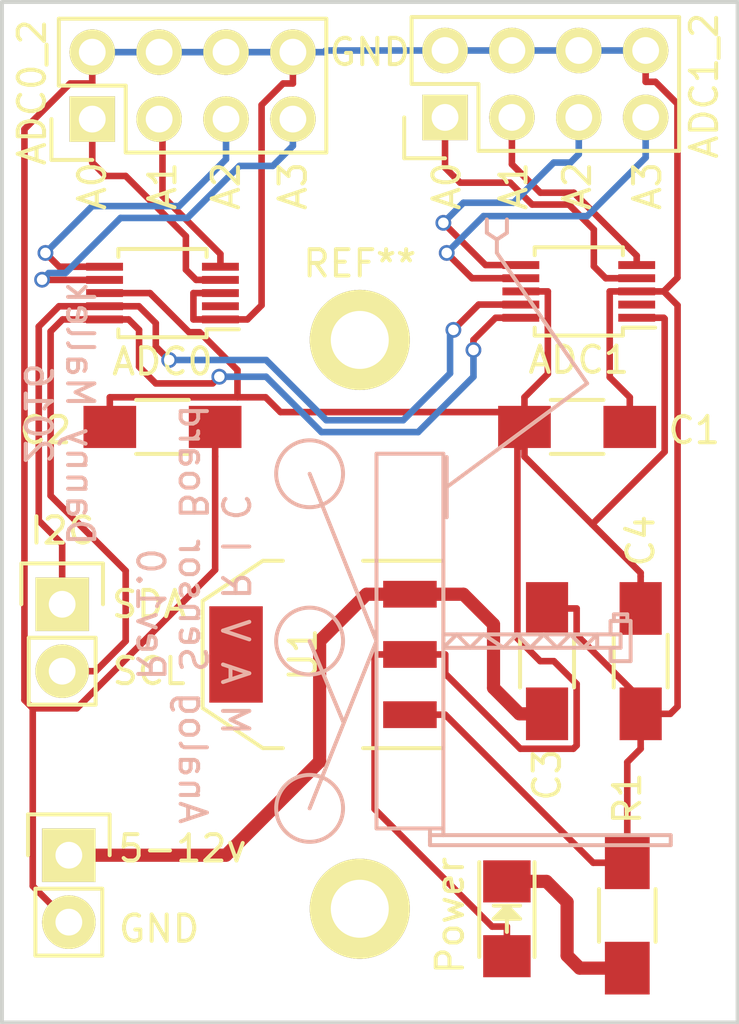
<source format=kicad_pcb>
(kicad_pcb (version 20171130) (host pcbnew "(5.1.12)-1")

  (general
    (thickness 1.6)
    (drawings 18)
    (tracks 216)
    (zones 0)
    (modules 16)
    (nets 17)
  )

  (page A4)
  (layers
    (0 F.Cu signal)
    (31 B.Cu signal)
    (32 B.Adhes user)
    (33 F.Adhes user)
    (34 B.Paste user)
    (35 F.Paste user)
    (36 B.SilkS user)
    (37 F.SilkS user)
    (38 B.Mask user)
    (39 F.Mask user)
    (40 Dwgs.User user)
    (41 Cmts.User user)
    (42 Eco1.User user)
    (43 Eco2.User user)
    (44 Edge.Cuts user)
    (45 Margin user)
    (46 B.CrtYd user)
    (47 F.CrtYd user)
    (48 B.Fab user)
    (49 F.Fab user)
  )

  (setup
    (last_trace_width 0.25)
    (user_trace_width 0.5)
    (trace_clearance 0.2)
    (zone_clearance 0.508)
    (zone_45_only no)
    (trace_min 0.2)
    (via_size 0.6)
    (via_drill 0.4)
    (via_min_size 0.4)
    (via_min_drill 0.3)
    (user_via 0.8 0.6)
    (uvia_size 0.3)
    (uvia_drill 0.1)
    (uvias_allowed no)
    (uvia_min_size 0.2)
    (uvia_min_drill 0.1)
    (edge_width 0.15)
    (segment_width 0.2)
    (pcb_text_width 0.3)
    (pcb_text_size 1.5 1.5)
    (mod_edge_width 0.15)
    (mod_text_size 1 1)
    (mod_text_width 0.15)
    (pad_size 1.524 1.524)
    (pad_drill 0.762)
    (pad_to_mask_clearance 0.2)
    (aux_axis_origin 0 0)
    (visible_elements 7FFFFFFF)
    (pcbplotparams
      (layerselection 0x00030_80000001)
      (usegerberextensions false)
      (usegerberattributes true)
      (usegerberadvancedattributes true)
      (creategerberjobfile true)
      (excludeedgelayer true)
      (linewidth 0.100000)
      (plotframeref false)
      (viasonmask false)
      (mode 1)
      (useauxorigin false)
      (hpglpennumber 1)
      (hpglpenspeed 20)
      (hpglpendiameter 15.000000)
      (psnegative false)
      (psa4output false)
      (plotreference true)
      (plotvalue true)
      (plotinvisibletext false)
      (padsonsilk false)
      (subtractmaskfromsilk false)
      (outputformat 1)
      (mirror false)
      (drillshape 1)
      (scaleselection 1)
      (outputdirectory ""))
  )

  (net 0 "")
  (net 1 GND)
  (net 2 "Net-(ADC0-Pad2)")
  (net 3 /A00)
  (net 4 /A01)
  (net 5 /A02)
  (net 6 /A03)
  (net 7 +3V3)
  (net 8 /SDA)
  (net 9 /SCL)
  (net 10 "Net-(ADC1-Pad2)")
  (net 11 /A10)
  (net 12 /A11)
  (net 13 /A12)
  (net 14 /A13)
  (net 15 +12V)
  (net 16 "Net-(D1-Pad1)")

  (net_class Default "This is the default net class."
    (clearance 0.2)
    (trace_width 0.25)
    (via_dia 0.6)
    (via_drill 0.4)
    (uvia_dia 0.3)
    (uvia_drill 0.1)
    (add_net +12V)
    (add_net +3V3)
    (add_net /A00)
    (add_net /A01)
    (add_net /A02)
    (add_net /A03)
    (add_net /A10)
    (add_net /A11)
    (add_net /A12)
    (add_net /A13)
    (add_net /SCL)
    (add_net /SDA)
    (add_net GND)
    (add_net "Net-(ADC0-Pad2)")
    (add_net "Net-(ADC1-Pad2)")
    (add_net "Net-(D1-Pad1)")
  )

  (module Capacitors_SMD:C_1206_HandSoldering (layer F.Cu) (tedit 57882476) (tstamp 57881DC2)
    (at 134.239 91.948)
    (descr "Capacitor SMD 1206, hand soldering")
    (tags "capacitor 1206")
    (path /57881DC7)
    (attr smd)
    (fp_text reference C1 (at 4.445 0.127) (layer F.SilkS)
      (effects (font (size 1 1) (thickness 0.15)))
    )
    (fp_text value 100n (at 0.0635 0.1905) (layer F.Fab)
      (effects (font (size 1 1) (thickness 0.15)))
    )
    (fp_line (start -1 1.025) (end 1 1.025) (layer F.SilkS) (width 0.15))
    (fp_line (start 1 -1.025) (end -1 -1.025) (layer F.SilkS) (width 0.15))
    (fp_line (start 3.3 -1.15) (end 3.3 1.15) (layer F.CrtYd) (width 0.05))
    (fp_line (start -3.3 -1.15) (end -3.3 1.15) (layer F.CrtYd) (width 0.05))
    (fp_line (start -3.3 1.15) (end 3.3 1.15) (layer F.CrtYd) (width 0.05))
    (fp_line (start -3.3 -1.15) (end 3.3 -1.15) (layer F.CrtYd) (width 0.05))
    (pad 1 smd rect (at -2 0) (size 2 1.6) (layers F.Cu F.Paste F.Mask)
      (net 7 +3V3))
    (pad 2 smd rect (at 2 0) (size 2 1.6) (layers F.Cu F.Paste F.Mask)
      (net 1 GND))
    (model Capacitors_SMD.3dshapes/C_1206_HandSoldering.wrl
      (at (xyz 0 0 0))
      (scale (xyz 1 1 1))
      (rotate (xyz 0 0 0))
    )
  )

  (module Capacitors_SMD:C_1206_HandSoldering (layer F.Cu) (tedit 57882479) (tstamp 57881DC8)
    (at 118.491 91.948)
    (descr "Capacitor SMD 1206, hand soldering")
    (tags "capacitor 1206")
    (path /57881C30)
    (attr smd)
    (fp_text reference C2 (at -4.445 0.127) (layer F.SilkS)
      (effects (font (size 1 1) (thickness 0.15)))
    )
    (fp_text value 100n (at 0 0.254) (layer F.Fab)
      (effects (font (size 1 1) (thickness 0.15)))
    )
    (fp_line (start -1 1.025) (end 1 1.025) (layer F.SilkS) (width 0.15))
    (fp_line (start 1 -1.025) (end -1 -1.025) (layer F.SilkS) (width 0.15))
    (fp_line (start 3.3 -1.15) (end 3.3 1.15) (layer F.CrtYd) (width 0.05))
    (fp_line (start -3.3 -1.15) (end -3.3 1.15) (layer F.CrtYd) (width 0.05))
    (fp_line (start -3.3 1.15) (end 3.3 1.15) (layer F.CrtYd) (width 0.05))
    (fp_line (start -3.3 -1.15) (end 3.3 -1.15) (layer F.CrtYd) (width 0.05))
    (pad 1 smd rect (at -2 0) (size 2 1.6) (layers F.Cu F.Paste F.Mask)
      (net 7 +3V3))
    (pad 2 smd rect (at 2 0) (size 2 1.6) (layers F.Cu F.Paste F.Mask)
      (net 1 GND))
    (model Capacitors_SMD.3dshapes/C_1206_HandSoldering.wrl
      (at (xyz 0 0 0))
      (scale (xyz 1 1 1))
      (rotate (xyz 0 0 0))
    )
  )

  (module Capacitors_SMD:C_1206_HandSoldering (layer F.Cu) (tedit 57882A19) (tstamp 57881DCE)
    (at 133.096 100.838 90)
    (descr "Capacitor SMD 1206, hand soldering")
    (tags "capacitor 1206")
    (path /578844F9)
    (attr smd)
    (fp_text reference C3 (at -4.318 0 90) (layer F.SilkS)
      (effects (font (size 1 1) (thickness 0.15)))
    )
    (fp_text value 100n (at 0 2.3 90) (layer F.Fab)
      (effects (font (size 1 1) (thickness 0.15)))
    )
    (fp_line (start -1 1.025) (end 1 1.025) (layer F.SilkS) (width 0.15))
    (fp_line (start 1 -1.025) (end -1 -1.025) (layer F.SilkS) (width 0.15))
    (fp_line (start 3.3 -1.15) (end 3.3 1.15) (layer F.CrtYd) (width 0.05))
    (fp_line (start -3.3 -1.15) (end -3.3 1.15) (layer F.CrtYd) (width 0.05))
    (fp_line (start -3.3 1.15) (end 3.3 1.15) (layer F.CrtYd) (width 0.05))
    (fp_line (start -3.3 -1.15) (end 3.3 -1.15) (layer F.CrtYd) (width 0.05))
    (pad 1 smd rect (at -2 0 90) (size 2 1.6) (layers F.Cu F.Paste F.Mask)
      (net 15 +12V))
    (pad 2 smd rect (at 2 0 90) (size 2 1.6) (layers F.Cu F.Paste F.Mask)
      (net 1 GND))
    (model Capacitors_SMD.3dshapes/C_1206_HandSoldering.wrl
      (at (xyz 0 0 0))
      (scale (xyz 1 1 1))
      (rotate (xyz 0 0 0))
    )
  )

  (module Capacitors_SMD:C_1206_HandSoldering (layer F.Cu) (tedit 57882467) (tstamp 57881DD4)
    (at 136.652 100.838 270)
    (descr "Capacitor SMD 1206, hand soldering")
    (tags "capacitor 1206")
    (path /578849F6)
    (attr smd)
    (fp_text reference C4 (at -4.572 0 270) (layer F.SilkS)
      (effects (font (size 1 1) (thickness 0.15)))
    )
    (fp_text value 10u (at 0 2.3 270) (layer F.Fab)
      (effects (font (size 1 1) (thickness 0.15)))
    )
    (fp_line (start -1 1.025) (end 1 1.025) (layer F.SilkS) (width 0.15))
    (fp_line (start 1 -1.025) (end -1 -1.025) (layer F.SilkS) (width 0.15))
    (fp_line (start 3.3 -1.15) (end 3.3 1.15) (layer F.CrtYd) (width 0.05))
    (fp_line (start -3.3 -1.15) (end -3.3 1.15) (layer F.CrtYd) (width 0.05))
    (fp_line (start -3.3 1.15) (end 3.3 1.15) (layer F.CrtYd) (width 0.05))
    (fp_line (start -3.3 -1.15) (end 3.3 -1.15) (layer F.CrtYd) (width 0.05))
    (pad 1 smd rect (at -2 0 270) (size 2 1.6) (layers F.Cu F.Paste F.Mask)
      (net 7 +3V3))
    (pad 2 smd rect (at 2 0 270) (size 2 1.6) (layers F.Cu F.Paste F.Mask)
      (net 1 GND))
    (model Capacitors_SMD.3dshapes/C_1206_HandSoldering.wrl
      (at (xyz 0 0 0))
      (scale (xyz 1 1 1))
      (rotate (xyz 0 0 0))
    )
  )

  (module LEDs:LED_1206 (layer F.Cu) (tedit 57881FC5) (tstamp 57881DDA)
    (at 131.572 110.617 270)
    (descr "LED 1206 smd package")
    (tags "LED1206 SMD")
    (path /57884ED4)
    (attr smd)
    (fp_text reference Power (at -0.127 2.159 90) (layer F.SilkS)
      (effects (font (size 1 1) (thickness 0.15)))
    )
    (fp_text value Power (at 0 0.381 270) (layer F.Fab)
      (effects (font (size 1 1) (thickness 0.15)))
    )
    (fp_line (start 2.5 1.25) (end 2.5 -1.25) (layer F.CrtYd) (width 0.05))
    (fp_line (start -2.5 1.25) (end 2.5 1.25) (layer F.CrtYd) (width 0.05))
    (fp_line (start -2.5 -1.25) (end -2.5 1.25) (layer F.CrtYd) (width 0.05))
    (fp_line (start 2.5 -1.25) (end -2.5 -1.25) (layer F.CrtYd) (width 0.05))
    (fp_line (start 0 0.5) (end -0.5 0) (layer F.SilkS) (width 0.15))
    (fp_line (start 0 -0.5) (end 0 0.5) (layer F.SilkS) (width 0.15))
    (fp_line (start -0.5 0) (end 0 -0.5) (layer F.SilkS) (width 0.15))
    (fp_line (start 0 0) (end 0.5 0) (layer F.SilkS) (width 0.15))
    (fp_line (start -0.5 -0.5) (end -0.5 0.5) (layer F.SilkS) (width 0.15))
    (fp_line (start -0.2 0.05) (end -0.25 0) (layer F.SilkS) (width 0.15))
    (fp_line (start -0.2 -0.2) (end -0.2 0.05) (layer F.SilkS) (width 0.15))
    (fp_line (start -0.4 0) (end -0.2 -0.2) (layer F.SilkS) (width 0.15))
    (fp_line (start -0.1 0.3) (end -0.4 0) (layer F.SilkS) (width 0.15))
    (fp_line (start -0.1 -0.3) (end -0.1 0.3) (layer F.SilkS) (width 0.15))
    (fp_line (start -2.15 -1.05) (end 1.45 -1.05) (layer F.SilkS) (width 0.15))
    (fp_line (start -2.15 1.05) (end 1.45 1.05) (layer F.SilkS) (width 0.15))
    (pad 2 smd rect (at 1.41986 0 90) (size 1.59766 1.80086) (layers F.Cu F.Paste F.Mask)
      (net 7 +3V3))
    (pad 1 smd rect (at -1.41986 0 90) (size 1.59766 1.80086) (layers F.Cu F.Paste F.Mask)
      (net 16 "Net-(D1-Pad1)"))
    (model LEDs.3dshapes/LED_1206.wrl
      (at (xyz 0 0 0))
      (scale (xyz 1 1 1))
      (rotate (xyz 0 0 180))
    )
  )

  (module Pin_Headers:Pin_Header_Straight_1x02 (layer F.Cu) (tedit 5788244E) (tstamp 57881DE0)
    (at 114.935 108.204)
    (descr "Through hole pin header")
    (tags "pin header")
    (path /57883206)
    (fp_text reference 5-12v (at 4.318 -0.254) (layer F.SilkS)
      (effects (font (size 1 1) (thickness 0.15)))
    )
    (fp_text value Power (at 0.127 0.889) (layer F.Fab)
      (effects (font (size 1 1) (thickness 0.15)))
    )
    (fp_line (start -1.27 3.81) (end 1.27 3.81) (layer F.SilkS) (width 0.15))
    (fp_line (start -1.27 1.27) (end -1.27 3.81) (layer F.SilkS) (width 0.15))
    (fp_line (start -1.55 -1.55) (end 1.55 -1.55) (layer F.SilkS) (width 0.15))
    (fp_line (start -1.55 0) (end -1.55 -1.55) (layer F.SilkS) (width 0.15))
    (fp_line (start 1.27 1.27) (end -1.27 1.27) (layer F.SilkS) (width 0.15))
    (fp_line (start -1.75 4.3) (end 1.75 4.3) (layer F.CrtYd) (width 0.05))
    (fp_line (start -1.75 -1.75) (end 1.75 -1.75) (layer F.CrtYd) (width 0.05))
    (fp_line (start 1.75 -1.75) (end 1.75 4.3) (layer F.CrtYd) (width 0.05))
    (fp_line (start -1.75 -1.75) (end -1.75 4.3) (layer F.CrtYd) (width 0.05))
    (fp_line (start 1.55 -1.55) (end 1.55 0) (layer F.SilkS) (width 0.15))
    (fp_line (start 1.27 1.27) (end 1.27 3.81) (layer F.SilkS) (width 0.15))
    (pad 1 thru_hole rect (at 0 0) (size 2.032 2.032) (drill 1.016) (layers *.Cu *.Mask F.SilkS)
      (net 15 +12V))
    (pad 2 thru_hole oval (at 0 2.54) (size 2.032 2.032) (drill 1.016) (layers *.Cu *.Mask F.SilkS)
      (net 1 GND))
    (model Pin_Headers.3dshapes/Pin_Header_Straight_1x02.wrl
      (offset (xyz 0 -1.269999980926514 0))
      (scale (xyz 1 1 1))
      (rotate (xyz 0 0 90))
    )
  )

  (module Pin_Headers:Pin_Header_Straight_1x02 (layer F.Cu) (tedit 57881F6B) (tstamp 57881DE6)
    (at 114.681 98.679)
    (descr "Through hole pin header")
    (tags "pin header")
    (path /5788373E)
    (fp_text reference I2C (at 0 -2.794) (layer F.SilkS)
      (effects (font (size 1 1) (thickness 0.15)))
    )
    (fp_text value I2C (at 0.254 1.397) (layer F.Fab)
      (effects (font (size 1 1) (thickness 0.15)))
    )
    (fp_line (start -1.27 3.81) (end 1.27 3.81) (layer F.SilkS) (width 0.15))
    (fp_line (start -1.27 1.27) (end -1.27 3.81) (layer F.SilkS) (width 0.15))
    (fp_line (start -1.55 -1.55) (end 1.55 -1.55) (layer F.SilkS) (width 0.15))
    (fp_line (start -1.55 0) (end -1.55 -1.55) (layer F.SilkS) (width 0.15))
    (fp_line (start 1.27 1.27) (end -1.27 1.27) (layer F.SilkS) (width 0.15))
    (fp_line (start -1.75 4.3) (end 1.75 4.3) (layer F.CrtYd) (width 0.05))
    (fp_line (start -1.75 -1.75) (end 1.75 -1.75) (layer F.CrtYd) (width 0.05))
    (fp_line (start 1.75 -1.75) (end 1.75 4.3) (layer F.CrtYd) (width 0.05))
    (fp_line (start -1.75 -1.75) (end -1.75 4.3) (layer F.CrtYd) (width 0.05))
    (fp_line (start 1.55 -1.55) (end 1.55 0) (layer F.SilkS) (width 0.15))
    (fp_line (start 1.27 1.27) (end 1.27 3.81) (layer F.SilkS) (width 0.15))
    (pad 1 thru_hole rect (at 0 0) (size 2.032 2.032) (drill 1.016) (layers *.Cu *.Mask F.SilkS)
      (net 8 /SDA))
    (pad 2 thru_hole oval (at 0 2.54) (size 2.032 2.032) (drill 1.016) (layers *.Cu *.Mask F.SilkS)
      (net 9 /SCL))
    (model Pin_Headers.3dshapes/Pin_Header_Straight_1x02.wrl
      (offset (xyz 0 -1.269999980926514 0))
      (scale (xyz 1 1 1))
      (rotate (xyz 0 0 90))
    )
  )

  (module Pin_Headers:Pin_Header_Straight_2x04 (layer F.Cu) (tedit 57882DAE) (tstamp 57881DF2)
    (at 115.824 80.264 90)
    (descr "Through hole pin header")
    (tags "pin header")
    (path /578821EA)
    (fp_text reference ADC0_2 (at 1.016 -2.286 270) (layer F.SilkS)
      (effects (font (size 1 1) (thickness 0.15)))
    )
    (fp_text value ADC0 (at 1.8415 3.6195 180) (layer F.Fab)
      (effects (font (size 1 1) (thickness 0.15)))
    )
    (fp_line (start -1.55 -1.55) (end -1.55 0) (layer F.SilkS) (width 0.15))
    (fp_line (start 1.27 1.27) (end -1.27 1.27) (layer F.SilkS) (width 0.15))
    (fp_line (start 1.27 -1.27) (end 1.27 1.27) (layer F.SilkS) (width 0.15))
    (fp_line (start 0 -1.55) (end -1.55 -1.55) (layer F.SilkS) (width 0.15))
    (fp_line (start 3.81 -1.27) (end 1.27 -1.27) (layer F.SilkS) (width 0.15))
    (fp_line (start 3.81 8.89) (end 3.81 -1.27) (layer F.SilkS) (width 0.15))
    (fp_line (start -1.27 8.89) (end 3.81 8.89) (layer F.SilkS) (width 0.15))
    (fp_line (start -1.27 1.27) (end -1.27 8.89) (layer F.SilkS) (width 0.15))
    (fp_line (start -1.75 9.4) (end 4.3 9.4) (layer F.CrtYd) (width 0.05))
    (fp_line (start -1.75 -1.75) (end 4.3 -1.75) (layer F.CrtYd) (width 0.05))
    (fp_line (start 4.3 -1.75) (end 4.3 9.4) (layer F.CrtYd) (width 0.05))
    (fp_line (start -1.75 -1.75) (end -1.75 9.4) (layer F.CrtYd) (width 0.05))
    (pad 1 thru_hole rect (at 0 0 90) (size 1.7272 1.7272) (drill 1.016) (layers *.Cu *.Mask F.SilkS)
      (net 3 /A00))
    (pad 2 thru_hole oval (at 2.54 0 90) (size 1.7272 1.7272) (drill 1.016) (layers *.Cu *.Mask F.SilkS)
      (net 1 GND))
    (pad 3 thru_hole oval (at 0 2.54 90) (size 1.7272 1.7272) (drill 1.016) (layers *.Cu *.Mask F.SilkS)
      (net 4 /A01))
    (pad 4 thru_hole oval (at 2.54 2.54 90) (size 1.7272 1.7272) (drill 1.016) (layers *.Cu *.Mask F.SilkS)
      (net 1 GND))
    (pad 5 thru_hole oval (at 0 5.08 90) (size 1.7272 1.7272) (drill 1.016) (layers *.Cu *.Mask F.SilkS)
      (net 5 /A02))
    (pad 6 thru_hole oval (at 2.54 5.08 90) (size 1.7272 1.7272) (drill 1.016) (layers *.Cu *.Mask F.SilkS)
      (net 1 GND))
    (pad 7 thru_hole oval (at 0 7.62 90) (size 1.7272 1.7272) (drill 1.016) (layers *.Cu *.Mask F.SilkS)
      (net 6 /A03))
    (pad 8 thru_hole oval (at 2.54 7.62 90) (size 1.7272 1.7272) (drill 1.016) (layers *.Cu *.Mask F.SilkS)
      (net 1 GND))
    (model Pin_Headers.3dshapes/Pin_Header_Straight_2x04.wrl
      (offset (xyz 1.269999980926514 -3.809999942779541 0))
      (scale (xyz 1 1 1))
      (rotate (xyz 0 0 90))
    )
  )

  (module Pin_Headers:Pin_Header_Straight_2x04 (layer F.Cu) (tedit 57882DBD) (tstamp 57881DFE)
    (at 129.222 80.2005 90)
    (descr "Through hole pin header")
    (tags "pin header")
    (path /578822C0)
    (fp_text reference ADC1_2 (at 1.2065 9.8425 270) (layer F.SilkS)
      (effects (font (size 1 1) (thickness 0.15)))
    )
    (fp_text value ADC1 (at 2.3495 3.8735 180) (layer F.Fab)
      (effects (font (size 1 1) (thickness 0.15)))
    )
    (fp_line (start -1.55 -1.55) (end -1.55 0) (layer F.SilkS) (width 0.15))
    (fp_line (start 1.27 1.27) (end -1.27 1.27) (layer F.SilkS) (width 0.15))
    (fp_line (start 1.27 -1.27) (end 1.27 1.27) (layer F.SilkS) (width 0.15))
    (fp_line (start 0 -1.55) (end -1.55 -1.55) (layer F.SilkS) (width 0.15))
    (fp_line (start 3.81 -1.27) (end 1.27 -1.27) (layer F.SilkS) (width 0.15))
    (fp_line (start 3.81 8.89) (end 3.81 -1.27) (layer F.SilkS) (width 0.15))
    (fp_line (start -1.27 8.89) (end 3.81 8.89) (layer F.SilkS) (width 0.15))
    (fp_line (start -1.27 1.27) (end -1.27 8.89) (layer F.SilkS) (width 0.15))
    (fp_line (start -1.75 9.4) (end 4.3 9.4) (layer F.CrtYd) (width 0.05))
    (fp_line (start -1.75 -1.75) (end 4.3 -1.75) (layer F.CrtYd) (width 0.05))
    (fp_line (start 4.3 -1.75) (end 4.3 9.4) (layer F.CrtYd) (width 0.05))
    (fp_line (start -1.75 -1.75) (end -1.75 9.4) (layer F.CrtYd) (width 0.05))
    (pad 1 thru_hole rect (at 0 0 90) (size 1.7272 1.7272) (drill 1.016) (layers *.Cu *.Mask F.SilkS)
      (net 11 /A10))
    (pad 2 thru_hole oval (at 2.54 0 90) (size 1.7272 1.7272) (drill 1.016) (layers *.Cu *.Mask F.SilkS)
      (net 1 GND))
    (pad 3 thru_hole oval (at 0 2.54 90) (size 1.7272 1.7272) (drill 1.016) (layers *.Cu *.Mask F.SilkS)
      (net 12 /A11))
    (pad 4 thru_hole oval (at 2.54 2.54 90) (size 1.7272 1.7272) (drill 1.016) (layers *.Cu *.Mask F.SilkS)
      (net 1 GND))
    (pad 5 thru_hole oval (at 0 5.08 90) (size 1.7272 1.7272) (drill 1.016) (layers *.Cu *.Mask F.SilkS)
      (net 13 /A12))
    (pad 6 thru_hole oval (at 2.54 5.08 90) (size 1.7272 1.7272) (drill 1.016) (layers *.Cu *.Mask F.SilkS)
      (net 1 GND))
    (pad 7 thru_hole oval (at 0 7.62 90) (size 1.7272 1.7272) (drill 1.016) (layers *.Cu *.Mask F.SilkS)
      (net 14 /A13))
    (pad 8 thru_hole oval (at 2.54 7.62 90) (size 1.7272 1.7272) (drill 1.016) (layers *.Cu *.Mask F.SilkS)
      (net 1 GND))
    (model Pin_Headers.3dshapes/Pin_Header_Straight_2x04.wrl
      (offset (xyz 1.269999980926514 -3.809999942779541 0))
      (scale (xyz 1 1 1))
      (rotate (xyz 0 0 90))
    )
  )

  (module Resistors_SMD:R_1206_HandSoldering (layer F.Cu) (tedit 57882470) (tstamp 7FFFFFFF)
    (at 136.144 110.49 90)
    (descr "Resistor SMD 1206, hand soldering")
    (tags "resistor 1206")
    (path /5788576B)
    (attr smd)
    (fp_text reference R1 (at 4.445 0 90) (layer F.SilkS)
      (effects (font (size 1 1) (thickness 0.15)))
    )
    (fp_text value 220 (at 0 2.3 90) (layer F.Fab)
      (effects (font (size 1 1) (thickness 0.15)))
    )
    (fp_line (start -1 -1.075) (end 1 -1.075) (layer F.SilkS) (width 0.15))
    (fp_line (start 1 1.075) (end -1 1.075) (layer F.SilkS) (width 0.15))
    (fp_line (start 3.3 -1.2) (end 3.3 1.2) (layer F.CrtYd) (width 0.05))
    (fp_line (start -3.3 -1.2) (end -3.3 1.2) (layer F.CrtYd) (width 0.05))
    (fp_line (start -3.3 1.2) (end 3.3 1.2) (layer F.CrtYd) (width 0.05))
    (fp_line (start -3.3 -1.2) (end 3.3 -1.2) (layer F.CrtYd) (width 0.05))
    (pad 1 smd rect (at -2 0 90) (size 2 1.7) (layers F.Cu F.Paste F.Mask)
      (net 16 "Net-(D1-Pad1)"))
    (pad 2 smd rect (at 2 0 90) (size 2 1.7) (layers F.Cu F.Paste F.Mask)
      (net 1 GND))
    (model Resistors_SMD.3dshapes/R_1206_HandSoldering.wrl
      (at (xyz 0 0 0))
      (scale (xyz 1 1 1))
      (rotate (xyz 0 0 0))
    )
  )

  (module TO_SOT_Packages_SMD:SOT-223 (layer F.Cu) (tedit 0) (tstamp 57881E0C)
    (at 124.587 100.584 90)
    (descr "module CMS SOT223 4 pins")
    (tags "CMS SOT")
    (path /57884597)
    (attr smd)
    (fp_text reference U1 (at 0 -0.762 90) (layer F.SilkS)
      (effects (font (size 1 1) (thickness 0.15)))
    )
    (fp_text value LD1117S33TR (at 0 0.762 90) (layer F.Fab)
      (effects (font (size 1 1) (thickness 0.15)))
    )
    (fp_line (start 3.556 -2.286) (end 3.556 -1.524) (layer F.SilkS) (width 0.15))
    (fp_line (start 2.032 -4.572) (end 3.556 -2.286) (layer F.SilkS) (width 0.15))
    (fp_line (start -2.032 -4.572) (end 2.032 -4.572) (layer F.SilkS) (width 0.15))
    (fp_line (start -3.556 -2.286) (end -2.032 -4.572) (layer F.SilkS) (width 0.15))
    (fp_line (start -3.556 -1.524) (end -3.556 -2.286) (layer F.SilkS) (width 0.15))
    (fp_line (start 3.556 4.572) (end 3.556 1.524) (layer F.SilkS) (width 0.15))
    (fp_line (start -3.556 4.572) (end 3.556 4.572) (layer F.SilkS) (width 0.15))
    (fp_line (start -3.556 1.524) (end -3.556 4.572) (layer F.SilkS) (width 0.15))
    (pad 4 smd rect (at 0 -3.302 90) (size 3.6576 2.032) (layers F.Cu F.Paste F.Mask))
    (pad 2 smd rect (at 0 3.302 90) (size 1.016 2.032) (layers F.Cu F.Paste F.Mask)
      (net 7 +3V3))
    (pad 3 smd rect (at 2.286 3.302 90) (size 1.016 2.032) (layers F.Cu F.Paste F.Mask)
      (net 15 +12V))
    (pad 1 smd rect (at -2.286 3.302 90) (size 1.016 2.032) (layers F.Cu F.Paste F.Mask)
      (net 1 GND))
    (model TO_SOT_Packages_SMD.3dshapes/SOT-223.wrl
      (at (xyz 0 0 0))
      (scale (xyz 0.4 0.4 0.4))
      (rotate (xyz 0 0 0))
    )
  )

  (module Housings_SSOP:MSOP-10_3x3mm_Pitch0.5mm (layer F.Cu) (tedit 54130A77) (tstamp 57881EF3)
    (at 118.491 86.868 180)
    (descr "10-Lead Plastic Micro Small Outline Package (MS) [MSOP] (see Microchip Packaging Specification 00000049BS.pdf)")
    (tags "SSOP 0.5")
    (path /57881792)
    (attr smd)
    (fp_text reference ADC0 (at 0 -2.6 180) (layer F.SilkS)
      (effects (font (size 1 1) (thickness 0.15)))
    )
    (fp_text value ADS1015 (at 0 2.6 180) (layer F.Fab)
      (effects (font (size 1 1) (thickness 0.15)))
    )
    (fp_line (start -1.675 -1.375) (end -2.9 -1.375) (layer F.SilkS) (width 0.15))
    (fp_line (start -1.675 1.675) (end 1.675 1.675) (layer F.SilkS) (width 0.15))
    (fp_line (start -1.675 -1.675) (end 1.675 -1.675) (layer F.SilkS) (width 0.15))
    (fp_line (start -1.675 1.675) (end -1.675 1.375) (layer F.SilkS) (width 0.15))
    (fp_line (start 1.675 1.675) (end 1.675 1.375) (layer F.SilkS) (width 0.15))
    (fp_line (start 1.675 -1.675) (end 1.675 -1.375) (layer F.SilkS) (width 0.15))
    (fp_line (start -1.675 -1.675) (end -1.675 -1.375) (layer F.SilkS) (width 0.15))
    (fp_line (start -3.15 1.85) (end 3.15 1.85) (layer F.CrtYd) (width 0.05))
    (fp_line (start -3.15 -1.85) (end 3.15 -1.85) (layer F.CrtYd) (width 0.05))
    (fp_line (start 3.15 -1.85) (end 3.15 1.85) (layer F.CrtYd) (width 0.05))
    (fp_line (start -3.15 -1.85) (end -3.15 1.85) (layer F.CrtYd) (width 0.05))
    (pad 1 smd rect (at -2.2 -1 180) (size 1.4 0.3) (layers F.Cu F.Paste F.Mask)
      (net 1 GND))
    (pad 2 smd rect (at -2.2 -0.5 180) (size 1.4 0.3) (layers F.Cu F.Paste F.Mask)
      (net 2 "Net-(ADC0-Pad2)"))
    (pad 3 smd rect (at -2.2 0 180) (size 1.4 0.3) (layers F.Cu F.Paste F.Mask)
      (net 1 GND))
    (pad 4 smd rect (at -2.2 0.5 180) (size 1.4 0.3) (layers F.Cu F.Paste F.Mask)
      (net 3 /A00))
    (pad 5 smd rect (at -2.2 1 180) (size 1.4 0.3) (layers F.Cu F.Paste F.Mask)
      (net 4 /A01))
    (pad 6 smd rect (at 2.2 1 180) (size 1.4 0.3) (layers F.Cu F.Paste F.Mask)
      (net 5 /A02))
    (pad 7 smd rect (at 2.2 0.5 180) (size 1.4 0.3) (layers F.Cu F.Paste F.Mask)
      (net 6 /A03))
    (pad 8 smd rect (at 2.2 0 180) (size 1.4 0.3) (layers F.Cu F.Paste F.Mask)
      (net 7 +3V3))
    (pad 9 smd rect (at 2.2 -0.5 180) (size 1.4 0.3) (layers F.Cu F.Paste F.Mask)
      (net 8 /SDA))
    (pad 10 smd rect (at 2.2 -1 180) (size 1.4 0.3) (layers F.Cu F.Paste F.Mask)
      (net 9 /SCL))
    (model Housings_SSOP.3dshapes/MSOP-10_3x3mm_Pitch0.5mm.wrl
      (at (xyz 0 0 0))
      (scale (xyz 1 1 1))
      (rotate (xyz 0 0 0))
    )
  )

  (module Housings_SSOP:MSOP-10_3x3mm_Pitch0.5mm (layer F.Cu) (tedit 54130A77) (tstamp 57881F01)
    (at 134.302 86.8045 180)
    (descr "10-Lead Plastic Micro Small Outline Package (MS) [MSOP] (see Microchip Packaging Specification 00000049BS.pdf)")
    (tags "SSOP 0.5")
    (path /57881A43)
    (attr smd)
    (fp_text reference ADC1 (at 0 -2.6 180) (layer F.SilkS)
      (effects (font (size 1 1) (thickness 0.15)))
    )
    (fp_text value ADS1015 (at 0 2.6 180) (layer F.Fab)
      (effects (font (size 1 1) (thickness 0.15)))
    )
    (fp_line (start -1.675 -1.375) (end -2.9 -1.375) (layer F.SilkS) (width 0.15))
    (fp_line (start -1.675 1.675) (end 1.675 1.675) (layer F.SilkS) (width 0.15))
    (fp_line (start -1.675 -1.675) (end 1.675 -1.675) (layer F.SilkS) (width 0.15))
    (fp_line (start -1.675 1.675) (end -1.675 1.375) (layer F.SilkS) (width 0.15))
    (fp_line (start 1.675 1.675) (end 1.675 1.375) (layer F.SilkS) (width 0.15))
    (fp_line (start 1.675 -1.675) (end 1.675 -1.375) (layer F.SilkS) (width 0.15))
    (fp_line (start -1.675 -1.675) (end -1.675 -1.375) (layer F.SilkS) (width 0.15))
    (fp_line (start -3.15 1.85) (end 3.15 1.85) (layer F.CrtYd) (width 0.05))
    (fp_line (start -3.15 -1.85) (end 3.15 -1.85) (layer F.CrtYd) (width 0.05))
    (fp_line (start 3.15 -1.85) (end 3.15 1.85) (layer F.CrtYd) (width 0.05))
    (fp_line (start -3.15 -1.85) (end -3.15 1.85) (layer F.CrtYd) (width 0.05))
    (pad 1 smd rect (at -2.2 -1 180) (size 1.4 0.3) (layers F.Cu F.Paste F.Mask)
      (net 7 +3V3))
    (pad 2 smd rect (at -2.2 -0.5 180) (size 1.4 0.3) (layers F.Cu F.Paste F.Mask)
      (net 10 "Net-(ADC1-Pad2)"))
    (pad 3 smd rect (at -2.2 0 180) (size 1.4 0.3) (layers F.Cu F.Paste F.Mask)
      (net 1 GND))
    (pad 4 smd rect (at -2.2 0.5 180) (size 1.4 0.3) (layers F.Cu F.Paste F.Mask)
      (net 11 /A10))
    (pad 5 smd rect (at -2.2 1 180) (size 1.4 0.3) (layers F.Cu F.Paste F.Mask)
      (net 12 /A11))
    (pad 6 smd rect (at 2.2 1 180) (size 1.4 0.3) (layers F.Cu F.Paste F.Mask)
      (net 13 /A12))
    (pad 7 smd rect (at 2.2 0.5 180) (size 1.4 0.3) (layers F.Cu F.Paste F.Mask)
      (net 14 /A13))
    (pad 8 smd rect (at 2.2 0 180) (size 1.4 0.3) (layers F.Cu F.Paste F.Mask)
      (net 7 +3V3))
    (pad 9 smd rect (at 2.2 -0.5 180) (size 1.4 0.3) (layers F.Cu F.Paste F.Mask)
      (net 8 /SDA))
    (pad 10 smd rect (at 2.2 -1 180) (size 1.4 0.3) (layers F.Cu F.Paste F.Mask)
      (net 9 /SCL))
    (model Housings_SSOP.3dshapes/MSOP-10_3x3mm_Pitch0.5mm.wrl
      (at (xyz 0 0 0))
      (scale (xyz 1 1 1))
      (rotate (xyz 0 0 0))
    )
  )

  (module Mounting_Holes:MountingHole_2.2mm_M2_ISO14580_Pad (layer F.Cu) (tedit 57882308) (tstamp 57882406)
    (at 125.984 110.236)
    (descr "Mounting Hole 2.2mm, M2, ISO14580")
    (tags "mounting hole 2.2mm m2 iso14580")
    (fp_text reference REF**_2 (at 0 -2.9) (layer F.SilkS) hide
      (effects (font (size 1 1) (thickness 0.15)))
    )
    (fp_text value " " (at 0 2.9) (layer F.Fab) hide
      (effects (font (size 1 1) (thickness 0.15)))
    )
    (fp_circle (center 0 0) (end 2.15 0) (layer F.CrtYd) (width 0.05))
    (fp_circle (center 0 0) (end 1.9 0) (layer Cmts.User) (width 0.15))
    (pad 1 thru_hole circle (at 0 0) (size 3.8 3.8) (drill 2.2) (layers *.Cu *.Mask F.SilkS))
  )

  (module Mounting_Holes:MountingHole_2.2mm_M2_ISO14580_Pad (layer F.Cu) (tedit 578822FC) (tstamp 57882411)
    (at 125.984 88.646)
    (descr "Mounting Hole 2.2mm, M2, ISO14580")
    (tags "mounting hole 2.2mm m2 iso14580")
    (fp_text reference REF** (at 0 -2.9) (layer F.SilkS)
      (effects (font (size 1 1) (thickness 0.15)))
    )
    (fp_text value " " (at 0 2.9) (layer F.Fab) hide
      (effects (font (size 1 1) (thickness 0.15)))
    )
    (fp_circle (center 0 0) (end 2.15 0) (layer F.CrtYd) (width 0.05))
    (fp_circle (center 0 0) (end 1.9 0) (layer Cmts.User) (width 0.15))
    (pad 1 thru_hole circle (at 0 0) (size 3.8 3.8) (drill 2.2) (layers *.Cu *.Mask F.SilkS))
  )

  (module Labels:MAVRIC (layer B.Cu) (tedit 57882D8C) (tstamp 57882C27)
    (at 127.889 100.076 90)
    (fp_text reference MAV3 (at 21.082 11.049 90) (layer B.SilkS) hide
      (effects (font (size 1 1) (thickness 0.15)) (justify mirror))
    )
    (fp_text value MAVRIC (at -10.414 -6.731 90) (layer B.Fab)
      (effects (font (size 1 1) (thickness 0.15)) (justify mirror))
    )
    (fp_circle (center -6.35 -3.81) (end -7.112 -4.826) (layer B.SilkS) (width 0.15))
    (fp_circle (center 0 -3.81) (end 0 -2.54) (layer B.SilkS) (width 0.15))
    (fp_circle (center 6.35 -3.81) (end 6.35 -2.54) (layer B.SilkS) (width 0.15))
    (fp_line (start -7.112 1.27) (end -7.112 -1.27) (layer B.SilkS) (width 0.15))
    (fp_line (start 0 -1.27) (end -6.35 -3.81) (layer B.SilkS) (width 0.15))
    (fp_line (start 7.112 -1.27) (end 7.112 1.27) (layer B.SilkS) (width 0.15))
    (fp_line (start 0 -1.27) (end 6.35 -3.81) (layer B.SilkS) (width 0.15))
    (fp_line (start 0 -3.81) (end -3.048 -2.54) (layer B.SilkS) (width 0.15))
    (fp_line (start -7.366 1.27) (end -7.112 1.27) (layer B.SilkS) (width 0.15))
    (fp_line (start -7.366 0.762) (end -7.366 1.27) (layer B.SilkS) (width 0.15))
    (fp_line (start -7.112 0.762) (end -7.366 0.762) (layer B.SilkS) (width 0.15))
    (fp_line (start -7.366 9.906) (end -7.366 1.27) (layer B.SilkS) (width 0.15))
    (fp_line (start -7.62 9.906) (end -7.366 9.906) (layer B.SilkS) (width 0.15))
    (fp_line (start -7.747 0.762) (end -7.747 9.906) (layer B.SilkS) (width 0.15))
    (fp_line (start -7.366 0.762) (end -7.62 0.762) (layer B.SilkS) (width 0.15))
    (fp_line (start -0.254 7.62) (end -0.254 1.27) (layer B.SilkS) (width 0.15))
    (fp_line (start 0.254 1.27) (end 0.254 7.62) (layer B.SilkS) (width 0.15))
    (fp_line (start -0.254 1.27) (end 0.254 1.27) (layer B.SilkS) (width 0.15))
    (fp_line (start -0.254 6.604) (end 0.254 7.112) (layer B.SilkS) (width 0.15))
    (fp_line (start 0.254 6.096) (end -0.254 6.604) (layer B.SilkS) (width 0.15))
    (fp_line (start -0.254 5.588) (end 0.254 6.096) (layer B.SilkS) (width 0.15))
    (fp_line (start 0.254 5.08) (end -0.254 5.588) (layer B.SilkS) (width 0.15))
    (fp_line (start -0.254 4.572) (end 0.254 5.08) (layer B.SilkS) (width 0.15))
    (fp_line (start 0.254 4.064) (end -0.254 4.572) (layer B.SilkS) (width 0.15))
    (fp_line (start -0.254 3.556) (end 0.254 4.064) (layer B.SilkS) (width 0.15))
    (fp_line (start 0.254 2.794) (end -0.254 3.556) (layer B.SilkS) (width 0.15))
    (fp_line (start -0.254 2.286) (end 0.254 2.794) (layer B.SilkS) (width 0.15))
    (fp_line (start 0.254 1.778) (end -0.254 2.286) (layer B.SilkS) (width 0.15))
    (fp_line (start -0.254 1.27) (end 0.254 1.778) (layer B.SilkS) (width 0.15))
    (fp_line (start -0.762 8.382) (end -0.762 7.62) (layer B.SilkS) (width 0.15))
    (fp_line (start 0.508 8.382) (end -0.762 8.382) (layer B.SilkS) (width 0.15))
    (fp_line (start 0.762 8.382) (end 0.254 8.382) (layer B.SilkS) (width 0.15))
    (fp_line (start 0.762 7.62) (end 0.762 8.382) (layer B.SilkS) (width 0.15))
    (fp_line (start 0.508 7.62) (end 0.762 7.62) (layer B.SilkS) (width 0.15))
    (fp_line (start 1.016 8.255) (end 0.762 8.255) (layer B.SilkS) (width 0.15))
    (fp_line (start 1.016 7.747) (end 1.016 8.255) (layer B.SilkS) (width 0.15))
    (fp_line (start 0.762 7.747) (end 1.016 7.747) (layer B.SilkS) (width 0.15))
    (fp_line (start 0.254 8.001) (end 0.254 7.62) (layer B.SilkS) (width 0.15))
    (fp_line (start -0.254 8.001) (end 0.254 8.001) (layer B.SilkS) (width 0.15))
    (fp_line (start -0.254 7.62) (end -0.254 8.001) (layer B.SilkS) (width 0.15))
    (fp_line (start 0.254 7.112) (end -0.254 7.112) (layer B.SilkS) (width 0.15))
    (fp_line (start 0.508 7.62) (end 0.254 7.62) (layer B.SilkS) (width 0.15))
    (fp_line (start -0.254 7.62) (end -0.762 7.62) (layer B.SilkS) (width 0.15))
    (fp_line (start -7.747 0.762) (end -7.493 0.762) (layer B.SilkS) (width 0.15))
    (fp_line (start -7.62 9.906) (end -7.747 9.906) (layer B.SilkS) (width 0.15))
    (fp_line (start -7.112 1.27) (end 7.112 1.27) (layer B.SilkS) (width 0.15))
    (fp_line (start 7.112 -1.27) (end -7.112 -1.27) (layer B.SilkS) (width 0.15))
    (fp_line (start 4.699 1.397) (end 6.985 1.397) (layer B.SilkS) (width 0.15))
    (fp_line (start 14.732 3.302) (end 15.24 3.302) (layer B.SilkS) (width 0.15))
    (fp_line (start 9.779 6.731) (end 14.732 3.302) (layer B.SilkS) (width 0.15))
    (fp_line (start 5.842 1.397) (end 9.779 6.731) (layer B.SilkS) (width 0.15))
    (fp_line (start 15.494 3.683) (end 16.002 3.683) (layer B.SilkS) (width 0.15))
    (fp_line (start 15.24 3.302) (end 15.494 3.683) (layer B.SilkS) (width 0.15))
    (fp_line (start 15.494 2.921) (end 16.002 2.921) (layer B.SilkS) (width 0.15))
    (fp_line (start 15.24 3.302) (end 15.494 2.921) (layer B.SilkS) (width 0.15))
  )

  (gr_text "Danny Mallek\n2016" (at 114.554 91.44 270) (layer B.SilkS)
    (effects (font (size 1 1) (thickness 0.15)) (justify mirror))
  )
  (gr_text "M A V R I C\nAnalog Sensor Board\nRev1.0" (at 119.634 99.06 270) (layer B.SilkS)
    (effects (font (size 1 1) (thickness 0.15)) (justify mirror))
  )
  (gr_text GND (at 126.365 77.724) (layer F.SilkS)
    (effects (font (size 1 1) (thickness 0.15)))
  )
  (gr_text A3 (at 136.906 82.804 90) (layer F.SilkS)
    (effects (font (size 1 1) (thickness 0.15)))
  )
  (gr_text A2 (at 134.239 82.804 90) (layer F.SilkS)
    (effects (font (size 1 1) (thickness 0.15)))
  )
  (gr_text A1 (at 131.826 82.804 90) (layer F.SilkS)
    (effects (font (size 1 1) (thickness 0.15)))
  )
  (gr_text A0 (at 129.286 82.804 90) (layer F.SilkS)
    (effects (font (size 1 1) (thickness 0.15)))
  )
  (gr_text A3 (at 123.444 82.804 90) (layer F.SilkS)
    (effects (font (size 1 1) (thickness 0.15)))
  )
  (gr_text A2 (at 120.904 82.804 90) (layer F.SilkS)
    (effects (font (size 1 1) (thickness 0.15)))
  )
  (gr_text A1 (at 118.491 82.804 90) (layer F.SilkS)
    (effects (font (size 1 1) (thickness 0.15)))
  )
  (gr_text A0 (at 115.824 82.804 90) (layer F.SilkS)
    (effects (font (size 1 1) (thickness 0.15)))
  )
  (gr_text GND (at 118.364 110.998) (layer F.SilkS)
    (effects (font (size 1 1) (thickness 0.15)))
  )
  (gr_text SCL (at 117.983 101.219) (layer F.SilkS)
    (effects (font (size 1 1) (thickness 0.15)))
  )
  (gr_text SDA (at 117.983 98.679) (layer F.SilkS)
    (effects (font (size 1 1) (thickness 0.15)))
  )
  (gr_line (start 112.395 114.554) (end 140.335 114.554) (angle 90) (layer Edge.Cuts) (width 0.15))
  (gr_line (start 112.395 114.554) (end 112.395 75.819) (angle 90) (layer Edge.Cuts) (width 0.15))
  (gr_line (start 140.335 75.819) (end 112.395 75.819) (angle 90) (layer Edge.Cuts) (width 0.15))
  (gr_line (start 140.335 75.819) (end 140.335 114.554) (angle 90) (layer Edge.Cuts) (width 0.15))

  (segment (start 113.5642 102.6279) (end 115.2352 102.6279) (width 0.25) (layer F.Cu) (net 1))
  (segment (start 115.2352 102.6279) (end 120.491 97.3721) (width 0.25) (layer F.Cu) (net 1))
  (segment (start 120.491 97.3721) (end 120.491 93.0731) (width 0.25) (layer F.Cu) (net 1))
  (segment (start 115.824 78.9127) (end 114.9833 78.9127) (width 0.25) (layer F.Cu) (net 1))
  (segment (start 114.9833 78.9127) (end 113.2479 80.6481) (width 0.25) (layer F.Cu) (net 1))
  (segment (start 113.2479 80.6481) (end 113.2479 102.3116) (width 0.25) (layer F.Cu) (net 1))
  (segment (start 113.2479 102.3116) (end 113.5642 102.6279) (width 0.25) (layer F.Cu) (net 1))
  (segment (start 114.935 110.744) (end 113.5642 109.3732) (width 0.25) (layer F.Cu) (net 1))
  (segment (start 113.5642 109.3732) (end 113.5642 102.6279) (width 0.25) (layer F.Cu) (net 1))
  (segment (start 115.824 77.724) (end 115.824 78.9127) (width 0.25) (layer F.Cu) (net 1))
  (segment (start 133.096 98.838) (end 134.2211 98.838) (width 0.25) (layer F.Cu) (net 1))
  (segment (start 137.2146 102.838) (end 134.2211 99.8445) (width 0.25) (layer F.Cu) (net 1))
  (segment (start 134.2211 99.8445) (end 134.2211 98.838) (width 0.25) (layer F.Cu) (net 1))
  (segment (start 137.2146 102.838) (end 137.7771 102.838) (width 0.25) (layer F.Cu) (net 1))
  (segment (start 136.652 102.838) (end 137.2146 102.838) (width 0.25) (layer F.Cu) (net 1))
  (segment (start 120.491 91.948) (end 120.491 93.0731) (width 0.25) (layer F.Cu) (net 1))
  (segment (start 123.444 78.9127) (end 123.0724 78.9127) (width 0.25) (layer F.Cu) (net 1))
  (segment (start 123.0724 78.9127) (end 122.2553 79.7298) (width 0.25) (layer F.Cu) (net 1))
  (segment (start 122.2553 79.7298) (end 122.2553 87.3288) (width 0.25) (layer F.Cu) (net 1))
  (segment (start 122.2553 87.3288) (end 121.7161 87.868) (width 0.25) (layer F.Cu) (net 1))
  (segment (start 136.842 78.8492) (end 137.2135 78.8492) (width 0.25) (layer F.Cu) (net 1))
  (segment (start 137.2135 78.8492) (end 138.049 79.6847) (width 0.25) (layer F.Cu) (net 1))
  (segment (start 138.049 79.6847) (end 138.049 86.2826) (width 0.25) (layer F.Cu) (net 1))
  (segment (start 138.049 86.2826) (end 137.5271 86.8045) (width 0.25) (layer F.Cu) (net 1))
  (segment (start 136.842 77.6605) (end 136.842 78.8492) (width 0.25) (layer F.Cu) (net 1))
  (segment (start 137.7771 102.838) (end 138.0539 102.5612) (width 0.25) (layer F.Cu) (net 1))
  (segment (start 138.0539 102.5612) (end 138.0539 87.3313) (width 0.25) (layer F.Cu) (net 1))
  (segment (start 138.0539 87.3313) (end 137.5271 86.8045) (width 0.25) (layer F.Cu) (net 1))
  (segment (start 136.652 103.5005) (end 136.652 102.838) (width 0.25) (layer F.Cu) (net 1))
  (segment (start 136.502 86.8045) (end 137.5271 86.8045) (width 0.25) (layer F.Cu) (net 1))
  (segment (start 136.652 103.5005) (end 136.652 104.1631) (width 0.25) (layer F.Cu) (net 1))
  (segment (start 123.444 77.724) (end 123.444 78.9127) (width 0.25) (layer F.Cu) (net 1))
  (segment (start 118.364 77.724) (end 115.824 77.724) (width 0.25) (layer B.Cu) (net 1))
  (segment (start 120.904 77.724) (end 118.364 77.724) (width 0.25) (layer B.Cu) (net 1))
  (segment (start 123.444 77.724) (end 120.904 77.724) (width 0.25) (layer B.Cu) (net 1))
  (segment (start 124.0384 77.724) (end 123.444 77.724) (width 0.25) (layer B.Cu) (net 1))
  (segment (start 124.0384 77.724) (end 124.6327 77.724) (width 0.25) (layer B.Cu) (net 1))
  (segment (start 129.222 77.6605) (end 124.6962 77.6605) (width 0.25) (layer B.Cu) (net 1))
  (segment (start 124.6962 77.6605) (end 124.6327 77.724) (width 0.25) (layer B.Cu) (net 1))
  (segment (start 131.762 77.6605) (end 129.222 77.6605) (width 0.25) (layer B.Cu) (net 1))
  (segment (start 134.302 77.6605) (end 131.762 77.6605) (width 0.25) (layer B.Cu) (net 1))
  (segment (start 136.842 77.6605) (end 134.302 77.6605) (width 0.25) (layer B.Cu) (net 1))
  (segment (start 136.144 108.49) (end 136.144 104.6711) (width 0.25) (layer F.Cu) (net 1))
  (segment (start 136.144 104.6711) (end 136.652 104.1631) (width 0.25) (layer F.Cu) (net 1))
  (segment (start 129.2301 102.87) (end 134.8501 108.49) (width 0.25) (layer F.Cu) (net 1))
  (segment (start 134.8501 108.49) (end 136.144 108.49) (width 0.25) (layer F.Cu) (net 1))
  (segment (start 127.889 102.87) (end 129.2301 102.87) (width 0.25) (layer F.Cu) (net 1))
  (segment (start 120.691 87.868) (end 121.7161 87.868) (width 0.25) (layer F.Cu) (net 1))
  (segment (start 120.1983 87.868) (end 120.691 87.868) (width 0.25) (layer F.Cu) (net 1))
  (segment (start 120.1983 87.868) (end 119.6659 87.868) (width 0.25) (layer F.Cu) (net 1))
  (segment (start 120.691 86.868) (end 119.6659 86.868) (width 0.25) (layer F.Cu) (net 1))
  (segment (start 119.6659 86.868) (end 119.6659 87.868) (width 0.25) (layer F.Cu) (net 1))
  (segment (start 136.239 91.948) (end 136.239 90.8229) (width 0.25) (layer F.Cu) (net 1))
  (segment (start 136.502 86.8045) (end 135.4769 86.8045) (width 0.25) (layer F.Cu) (net 1))
  (segment (start 135.4769 86.8045) (end 135.4769 90.0608) (width 0.25) (layer F.Cu) (net 1))
  (segment (start 135.4769 90.0608) (end 136.239 90.8229) (width 0.25) (layer F.Cu) (net 1))
  (segment (start 120.691 86.368) (end 119.769 86.368) (width 0.25) (layer F.Cu) (net 3))
  (segment (start 119.769 86.368) (end 119.38 85.979) (width 0.25) (layer F.Cu) (net 3))
  (segment (start 119.38 85.979) (end 119.38 84.7104) (width 0.25) (layer F.Cu) (net 3))
  (segment (start 119.38 84.7104) (end 117.093 82.423) (width 0.25) (layer F.Cu) (net 3))
  (segment (start 117.093 82.423) (end 116.332 82.423) (width 0.25) (layer F.Cu) (net 3))
  (segment (start 116.332 82.423) (end 115.824 81.915) (width 0.25) (layer F.Cu) (net 3))
  (segment (start 115.824 81.915) (end 115.824 80.264) (width 0.25) (layer F.Cu) (net 3))
  (segment (start 120.691 85.868) (end 120.691 85.385) (width 0.25) (layer F.Cu) (net 4))
  (segment (start 120.691 85.385) (end 118.491 83.185) (width 0.25) (layer F.Cu) (net 4))
  (segment (start 118.491 83.185) (end 118.491 80.391) (width 0.25) (layer F.Cu) (net 4))
  (segment (start 118.491 80.391) (end 118.364 80.264) (width 0.25) (layer F.Cu) (net 4))
  (segment (start 116.291 85.868) (end 114.57 85.868) (width 0.25) (layer F.Cu) (net 5))
  (segment (start 114.57 85.868) (end 114.046 85.344) (width 0.25) (layer F.Cu) (net 5))
  (segment (start 114.046 85.344) (end 115.824 83.566) (width 0.25) (layer B.Cu) (net 5))
  (segment (start 115.824 83.566) (end 119.126 83.566) (width 0.25) (layer B.Cu) (net 5))
  (segment (start 119.126 83.566) (end 120.904 81.788) (width 0.25) (layer B.Cu) (net 5))
  (segment (start 120.904 81.788) (end 120.904 80.264) (width 0.25) (layer B.Cu) (net 5))
  (via (at 114.046 85.344) (size 0.6) (layers F.Cu B.Cu) (net 5))
  (segment (start 116.291 86.368) (end 113.927 86.368) (width 0.25) (layer F.Cu) (net 6))
  (segment (start 113.927 86.368) (end 113.919 86.36) (width 0.25) (layer F.Cu) (net 6))
  (segment (start 113.919 86.36) (end 114.173 86.106) (width 0.25) (layer B.Cu) (net 6))
  (segment (start 114.173 86.106) (end 114.808 86.106) (width 0.25) (layer B.Cu) (net 6))
  (segment (start 114.808 86.106) (end 116.898 84.016) (width 0.25) (layer B.Cu) (net 6))
  (segment (start 116.898 84.016) (end 119.438 84.016) (width 0.25) (layer B.Cu) (net 6))
  (segment (start 119.438 84.016) (end 121.412 82.042) (width 0.25) (layer B.Cu) (net 6))
  (segment (start 121.412 82.042) (end 122.682 82.042) (width 0.25) (layer B.Cu) (net 6))
  (segment (start 122.682 82.042) (end 123.444 81.28) (width 0.25) (layer B.Cu) (net 6))
  (segment (start 123.444 81.28) (end 123.444 80.264) (width 0.25) (layer B.Cu) (net 6))
  (via (at 113.919 86.36) (size 0.6) (layers F.Cu B.Cu) (net 6))
  (segment (start 127.889 100.584) (end 129.2301 100.584) (width 0.25) (layer F.Cu) (net 7))
  (segment (start 132.239 92.5105) (end 131.9708 92.7787) (width 0.25) (layer F.Cu) (net 7))
  (segment (start 131.9708 92.7787) (end 131.9708 99.9725) (width 0.25) (layer F.Cu) (net 7))
  (segment (start 131.9708 99.9725) (end 132.8363 100.838) (width 0.25) (layer F.Cu) (net 7))
  (segment (start 132.8363 100.838) (end 133.3557 100.838) (width 0.25) (layer F.Cu) (net 7))
  (segment (start 133.3557 100.838) (end 134.2212 101.7035) (width 0.25) (layer F.Cu) (net 7))
  (segment (start 134.2212 101.7035) (end 134.2212 104.0366) (width 0.25) (layer F.Cu) (net 7))
  (segment (start 134.2212 104.0366) (end 134.0946 104.1632) (width 0.25) (layer F.Cu) (net 7))
  (segment (start 134.0946 104.1632) (end 132.0803 104.1632) (width 0.25) (layer F.Cu) (net 7))
  (segment (start 132.0803 104.1632) (end 129.2301 101.313) (width 0.25) (layer F.Cu) (net 7))
  (segment (start 129.2301 101.313) (end 129.2301 100.584) (width 0.25) (layer F.Cu) (net 7))
  (segment (start 132.239 92.5105) (end 132.239 93.0731) (width 0.25) (layer F.Cu) (net 7))
  (segment (start 132.239 91.948) (end 132.239 92.5105) (width 0.25) (layer F.Cu) (net 7))
  (segment (start 121.3392 90.8229) (end 116.491 90.8229) (width 0.25) (layer F.Cu) (net 7))
  (segment (start 132.239 91.3854) (end 122.9713 91.3854) (width 0.25) (layer F.Cu) (net 7))
  (segment (start 122.9713 91.3854) (end 122.4088 90.8229) (width 0.25) (layer F.Cu) (net 7))
  (segment (start 122.4088 90.8229) (end 121.3392 90.8229) (width 0.25) (layer F.Cu) (net 7))
  (segment (start 121.3392 90.8229) (end 121.3392 89.7913) (width 0.25) (layer F.Cu) (net 7))
  (segment (start 121.3392 89.7913) (end 119.9009 88.353) (width 0.25) (layer F.Cu) (net 7))
  (segment (start 119.9009 88.353) (end 119.5011 88.353) (width 0.25) (layer F.Cu) (net 7))
  (segment (start 119.5011 88.353) (end 118.0161 86.868) (width 0.25) (layer F.Cu) (net 7))
  (segment (start 118.0161 86.868) (end 116.291 86.868) (width 0.25) (layer F.Cu) (net 7))
  (segment (start 127.2185 100.584) (end 127.889 100.584) (width 0.25) (layer F.Cu) (net 7))
  (segment (start 132.239 91.3854) (end 132.239 90.8229) (width 0.25) (layer F.Cu) (net 7))
  (segment (start 132.239 91.948) (end 132.239 91.3854) (width 0.25) (layer F.Cu) (net 7))
  (segment (start 134.8101 95.6441) (end 132.239 93.0731) (width 0.25) (layer F.Cu) (net 7))
  (segment (start 136.652 97.6254) (end 136.652 97.4861) (width 0.25) (layer F.Cu) (net 7))
  (segment (start 136.652 97.4861) (end 134.8101 95.6441) (width 0.25) (layer F.Cu) (net 7))
  (segment (start 137.5271 87.8045) (end 137.5642 87.8416) (width 0.25) (layer F.Cu) (net 7))
  (segment (start 137.5642 87.8416) (end 137.5642 92.89) (width 0.25) (layer F.Cu) (net 7))
  (segment (start 137.5642 92.89) (end 134.8101 95.6441) (width 0.25) (layer F.Cu) (net 7))
  (segment (start 136.652 98.838) (end 136.652 97.6254) (width 0.25) (layer F.Cu) (net 7))
  (segment (start 127.2185 100.584) (end 126.5479 100.584) (width 0.25) (layer F.Cu) (net 7))
  (segment (start 131.572 112.0369) (end 131.572 110.913) (width 0.25) (layer F.Cu) (net 7))
  (segment (start 126.5479 100.584) (end 126.5479 106.4508) (width 0.25) (layer F.Cu) (net 7))
  (segment (start 126.5479 106.4508) (end 131.0101 110.913) (width 0.25) (layer F.Cu) (net 7))
  (segment (start 131.0101 110.913) (end 131.572 110.913) (width 0.25) (layer F.Cu) (net 7))
  (segment (start 116.491 91.948) (end 116.491 90.8229) (width 0.25) (layer F.Cu) (net 7))
  (segment (start 136.502 87.8045) (end 137.5271 87.8045) (width 0.25) (layer F.Cu) (net 7))
  (segment (start 132.102 86.8045) (end 133.1271 86.8045) (width 0.25) (layer F.Cu) (net 7))
  (segment (start 133.1271 86.8045) (end 133.1271 89.9348) (width 0.25) (layer F.Cu) (net 7))
  (segment (start 133.1271 89.9348) (end 132.239 90.8229) (width 0.25) (layer F.Cu) (net 7))
  (segment (start 132.102 87.3045) (end 130.5 87.3045) (width 0.25) (layer F.Cu) (net 8))
  (segment (start 130.5 87.3045) (end 129.54 88.265) (width 0.25) (layer F.Cu) (net 8))
  (segment (start 129.54 88.265) (end 129.413 88.392) (width 0.25) (layer B.Cu) (net 8))
  (segment (start 129.413 88.392) (end 129.413 89.916) (width 0.25) (layer B.Cu) (net 8))
  (segment (start 129.413 89.916) (end 127.635 91.694) (width 0.25) (layer B.Cu) (net 8))
  (segment (start 127.635 91.694) (end 124.714 91.694) (width 0.25) (layer B.Cu) (net 8))
  (segment (start 124.714 91.694) (end 122.428 89.408) (width 0.25) (layer B.Cu) (net 8))
  (segment (start 122.428 89.408) (end 118.745 89.408) (width 0.25) (layer B.Cu) (net 8))
  (segment (start 118.745 89.408) (end 118.237 88.9) (width 0.25) (layer F.Cu) (net 8))
  (segment (start 118.237 88.9) (end 118.237 88.011) (width 0.25) (layer F.Cu) (net 8))
  (segment (start 118.237 88.011) (end 117.594 87.368) (width 0.25) (layer F.Cu) (net 8))
  (segment (start 117.594 87.368) (end 116.291 87.368) (width 0.25) (layer F.Cu) (net 8))
  (segment (start 114.681 98.679) (end 114.681 96.393) (width 0.25) (layer F.Cu) (net 8))
  (segment (start 114.681 96.393) (end 113.792 95.504) (width 0.25) (layer F.Cu) (net 8))
  (segment (start 113.792 95.504) (end 113.792 88.138) (width 0.25) (layer F.Cu) (net 8))
  (segment (start 113.792 88.138) (end 114.562 87.368) (width 0.25) (layer F.Cu) (net 8))
  (segment (start 114.562 87.368) (end 116.291 87.368) (width 0.25) (layer F.Cu) (net 8))
  (via (at 129.54 88.265) (size 0.6) (layers F.Cu B.Cu) (net 8))
  (via (at 118.745 89.408) (size 0.6) (layers F.Cu B.Cu) (net 8))
  (segment (start 132.102 87.8045) (end 131.144 87.8045) (width 0.25) (layer F.Cu) (net 9))
  (segment (start 131.144 87.8045) (end 130.302 88.646) (width 0.25) (layer F.Cu) (net 9))
  (segment (start 130.302 88.646) (end 130.302 89.027) (width 0.25) (layer F.Cu) (net 9))
  (segment (start 130.302 89.027) (end 130.302 90.043) (width 0.25) (layer B.Cu) (net 9))
  (segment (start 130.302 90.043) (end 128.201 92.144) (width 0.25) (layer B.Cu) (net 9))
  (segment (start 128.201 92.144) (end 124.528 92.144) (width 0.25) (layer B.Cu) (net 9))
  (segment (start 124.528 92.144) (end 122.427 90.043) (width 0.25) (layer B.Cu) (net 9))
  (segment (start 122.427 90.043) (end 120.65 90.043) (width 0.25) (layer B.Cu) (net 9))
  (segment (start 120.65 90.043) (end 120.396 90.297) (width 0.25) (layer F.Cu) (net 9))
  (segment (start 120.396 90.297) (end 118.237 90.297) (width 0.25) (layer F.Cu) (net 9))
  (segment (start 118.237 90.297) (end 117.602 89.662) (width 0.25) (layer F.Cu) (net 9))
  (segment (start 117.602 89.662) (end 117.602 88.265) (width 0.25) (layer F.Cu) (net 9))
  (segment (start 117.602 88.265) (end 117.205 87.868) (width 0.25) (layer F.Cu) (net 9))
  (segment (start 117.205 87.868) (end 116.291 87.868) (width 0.25) (layer F.Cu) (net 9))
  (segment (start 114.681 101.219) (end 115.951 101.219) (width 0.25) (layer F.Cu) (net 9))
  (segment (start 115.951 101.219) (end 117.094 100.076) (width 0.25) (layer F.Cu) (net 9))
  (segment (start 117.094 100.076) (end 117.094 97.409) (width 0.25) (layer F.Cu) (net 9))
  (segment (start 117.094 97.409) (end 114.242 94.557) (width 0.25) (layer F.Cu) (net 9))
  (segment (start 114.242 94.557) (end 114.242 88.3244) (width 0.25) (layer F.Cu) (net 9))
  (segment (start 114.242 88.3244) (end 114.698 87.868) (width 0.25) (layer F.Cu) (net 9))
  (segment (start 114.698 87.868) (end 116.291 87.868) (width 0.25) (layer F.Cu) (net 9))
  (via (at 130.302 89.027) (size 0.6) (layers F.Cu B.Cu) (net 9))
  (via (at 120.65 90.043) (size 0.6) (layers F.Cu B.Cu) (net 9))
  (segment (start 136.502 86.3045) (end 135.326 86.3045) (width 0.25) (layer F.Cu) (net 11))
  (segment (start 135.326 86.3045) (end 134.874 85.852) (width 0.25) (layer F.Cu) (net 11))
  (segment (start 134.874 85.852) (end 134.874 84.4564) (width 0.25) (layer F.Cu) (net 11))
  (segment (start 134.874 84.4564) (end 133.926 83.508) (width 0.25) (layer F.Cu) (net 11))
  (segment (start 133.926 83.508) (end 132.53 83.508) (width 0.25) (layer F.Cu) (net 11))
  (segment (start 132.53 83.508) (end 131.699 82.677) (width 0.25) (layer F.Cu) (net 11))
  (segment (start 131.699 82.677) (end 129.794 82.677) (width 0.25) (layer F.Cu) (net 11))
  (segment (start 129.794 82.677) (end 129.222 82.1055) (width 0.25) (layer F.Cu) (net 11))
  (segment (start 129.222 82.1055) (end 129.222 80.2005) (width 0.25) (layer F.Cu) (net 11))
  (segment (start 136.502 85.8045) (end 136.502 85.4485) (width 0.25) (layer F.Cu) (net 12))
  (segment (start 136.502 85.4485) (end 134.112 83.058) (width 0.25) (layer F.Cu) (net 12))
  (segment (start 134.112 83.058) (end 132.842 83.058) (width 0.25) (layer F.Cu) (net 12))
  (segment (start 132.842 83.058) (end 131.762 81.9785) (width 0.25) (layer F.Cu) (net 12))
  (segment (start 131.762 81.9785) (end 131.762 80.2005) (width 0.25) (layer F.Cu) (net 12))
  (segment (start 132.102 85.8045) (end 130.762 85.8045) (width 0.25) (layer F.Cu) (net 13))
  (segment (start 130.762 85.8045) (end 129.159 84.201) (width 0.25) (layer F.Cu) (net 13))
  (segment (start 129.159 84.201) (end 129.921 83.439) (width 0.25) (layer B.Cu) (net 13))
  (segment (start 129.921 83.439) (end 131.826 83.439) (width 0.25) (layer B.Cu) (net 13))
  (segment (start 131.826 83.439) (end 133.35 81.915) (width 0.25) (layer B.Cu) (net 13))
  (segment (start 133.35 81.915) (end 133.985 81.915) (width 0.25) (layer B.Cu) (net 13))
  (segment (start 133.985 81.915) (end 134.302 81.5975) (width 0.25) (layer B.Cu) (net 13))
  (segment (start 134.302 81.5975) (end 134.302 80.2005) (width 0.25) (layer B.Cu) (net 13))
  (via (at 129.159 84.201) (size 0.6) (layers F.Cu B.Cu) (net 13))
  (segment (start 132.102 86.3045) (end 130.246 86.3045) (width 0.25) (layer F.Cu) (net 14))
  (segment (start 130.246 86.3045) (end 129.286 85.344) (width 0.25) (layer F.Cu) (net 14))
  (segment (start 129.286 85.344) (end 130.683 83.947) (width 0.25) (layer B.Cu) (net 14))
  (segment (start 130.683 83.947) (end 134.62 83.947) (width 0.25) (layer B.Cu) (net 14))
  (segment (start 134.62 83.947) (end 136.842 81.7245) (width 0.25) (layer B.Cu) (net 14))
  (segment (start 136.842 81.7245) (end 136.842 80.2005) (width 0.25) (layer B.Cu) (net 14))
  (via (at 129.286 85.344) (size 0.6) (layers F.Cu B.Cu) (net 14))
  (segment (start 114.935 108.204) (end 120.904 108.204) (width 0.5) (layer F.Cu) (net 15))
  (segment (start 120.904 108.204) (end 124.46 104.648) (width 0.5) (layer F.Cu) (net 15))
  (segment (start 124.46 104.648) (end 124.46 100.076) (width 0.5) (layer F.Cu) (net 15))
  (segment (start 124.46 100.076) (end 126.238 98.298) (width 0.5) (layer F.Cu) (net 15))
  (segment (start 126.238 98.298) (end 127.889 98.298) (width 0.5) (layer F.Cu) (net 15))
  (segment (start 127.889 98.298) (end 129.921 98.298) (width 0.5) (layer F.Cu) (net 15))
  (segment (start 129.921 98.298) (end 131.064 99.441) (width 0.5) (layer F.Cu) (net 15))
  (segment (start 131.064 99.441) (end 131.064 101.854) (width 0.5) (layer F.Cu) (net 15))
  (segment (start 131.064 101.854) (end 132.048 102.838) (width 0.5) (layer F.Cu) (net 15))
  (segment (start 132.048 102.838) (end 133.096 102.838) (width 0.5) (layer F.Cu) (net 15))
  (segment (start 131.5721 109.197) (end 131.572 109.1971) (width 0.25) (layer F.Cu) (net 16))
  (segment (start 131.5721 109.197) (end 133.073 109.197) (width 0.5) (layer F.Cu) (net 16))
  (segment (start 133.073 109.197) (end 133.858 109.982) (width 0.5) (layer F.Cu) (net 16))
  (segment (start 133.858 109.982) (end 133.858 112.014) (width 0.5) (layer F.Cu) (net 16))
  (segment (start 133.858 112.014) (end 134.334 112.49) (width 0.5) (layer F.Cu) (net 16))
  (segment (start 134.334 112.49) (end 136.144 112.49) (width 0.5) (layer F.Cu) (net 16))
  (segment (start 131.572 109.197) (end 131.5721 109.197) (width 0.5) (layer F.Cu) (net 16))

)

</source>
